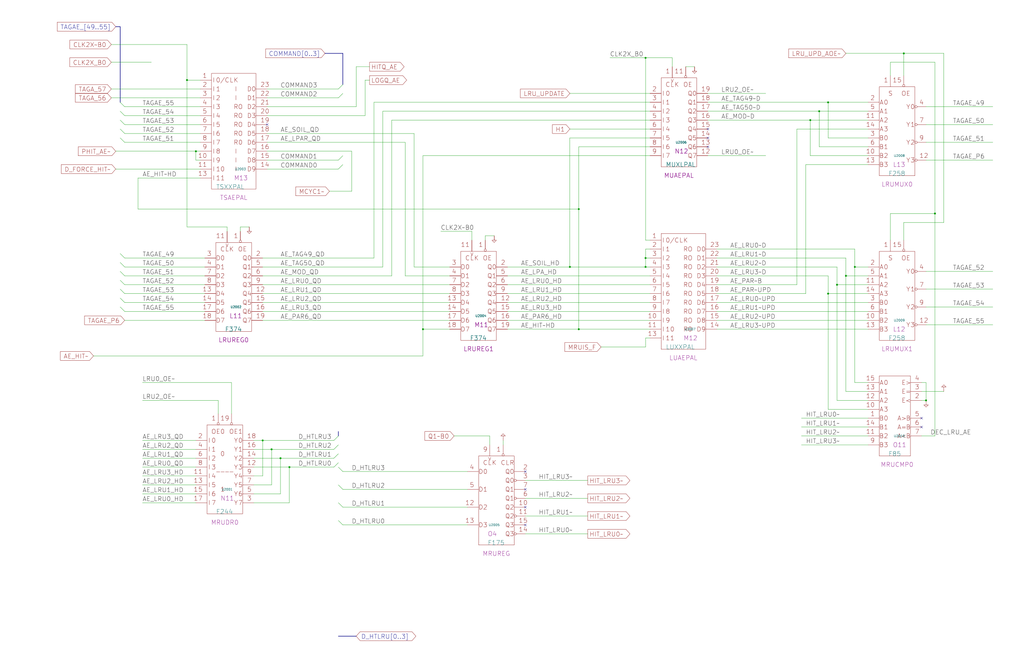
<source format=kicad_sch>
(kicad_sch (version 20210621) (generator eeschema)
  (paper "User" 584.2 378.46)
  (title_block (title "LRU LOGIC\\nPLANE A_EARLY") (date "08-MAR-90") (rev "0.0") (comment 1 "MEM32 BOARD") (comment 2 "232-003066") (comment 3 "S400") (comment 4 "RELEASED"))
  (junction (at 106.68 45.72))
  (junction (at 111.76 86.36))
  (junction (at 149.86 251.46))
  (junction (at 154.94 256.54))
  (junction (at 160.02 261.62))
  (junction (at 165.1 266.7))
  (junction (at 241.3 187.96))
  (junction (at 325.12 152.4))
  (junction (at 330.2 119.38))
  (junction (at 330.2 187.96))
  (junction (at 368.3 33.02))
  (junction (at 368.3 147.32))
  (junction (at 368.3 152.4))
  (junction (at 462.28 68.58))
  (junction (at 467.36 63.5))
  (junction (at 472.44 58.42))
  (junction (at 472.44 167.64))
  (junction (at 477.52 162.56))
  (junction (at 482.6 157.48))
  (junction (at 487.68 152.4))
  (junction (at 515.62 30.48))
  (junction (at 528.32 228.6))
  (junction (at 533.4 121.92))
  (no_connect (at 152.4 71.12))
  (no_connect (at 299.72 269.24))
  (no_connect (at 299.72 279.4))
  (no_connect (at 299.72 289.56))
  (no_connect (at 299.72 299.72))
  (no_connect (at 403.86 73.66))
  (no_connect (at 403.86 78.74))
  (no_connect (at 403.86 83.82))
  (no_connect (at 525.78 238.76))
  (no_connect (at 525.78 243.84))
  (bus_entry (at 68.58 58.42) (size 2.54 2.54))
  (bus_entry (at 68.58 63.5) (size 2.54 2.54))
  (bus_entry (at 68.58 68.58) (size 2.54 2.54))
  (bus_entry (at 68.58 73.66) (size 2.54 2.54))
  (bus_entry (at 68.58 78.74) (size 2.54 2.54))
  (bus_entry (at 68.58 144.78) (size 2.54 2.54))
  (bus_entry (at 68.58 149.86) (size 2.54 2.54))
  (bus_entry (at 68.58 154.94) (size 2.54 2.54))
  (bus_entry (at 68.58 160.02) (size 2.54 2.54))
  (bus_entry (at 68.58 165.1) (size 2.54 2.54))
  (bus_entry (at 68.58 170.18) (size 2.54 2.54))
  (bus_entry (at 68.58 175.26) (size 2.54 2.54))
  (bus_entry (at 193.04 248.92) (size -2.54 2.54))
  (bus_entry (at 193.04 254) (size -2.54 2.54))
  (bus_entry (at 193.04 259.08) (size -2.54 2.54))
  (bus_entry (at 193.04 264.16) (size -2.54 2.54))
  (bus_entry (at 193.04 266.7) (size 2.54 2.54))
  (bus_entry (at 193.04 276.86) (size 2.54 2.54))
  (bus_entry (at 193.04 287.02) (size 2.54 2.54))
  (bus_entry (at 193.04 297.18) (size 2.54 2.54))
  (bus_entry (at 195.58 48.26) (size -2.54 2.54))
  (bus_entry (at 195.58 53.34) (size -2.54 2.54))
  (bus_entry (at 195.58 88.9) (size -2.54 2.54))
  (bus_entry (at 195.58 93.98) (size -2.54 2.54))
  (wire (pts (xy 53.34 203.2) (xy 241.3 203.2)))
  (wire (pts (xy 63.5 25.4) (xy 106.68 25.4)))
  (wire (pts (xy 63.5 35.56) (xy 86.36 35.56)))
  (wire (pts (xy 63.5 50.8) (xy 114.3 50.8)))
  (wire (pts (xy 63.5 55.88) (xy 114.3 55.88)))
  (wire (pts (xy 66.04 86.36) (xy 111.76 86.36)))
  (wire (pts (xy 66.04 96.52) (xy 114.3 96.52)))
  (wire (pts (xy 71.12 60.96) (xy 114.3 60.96)))
  (wire (pts (xy 71.12 66.04) (xy 114.3 66.04)))
  (wire (pts (xy 71.12 71.12) (xy 114.3 71.12)))
  (wire (pts (xy 71.12 76.2) (xy 114.3 76.2)))
  (wire (pts (xy 71.12 81.28) (xy 114.3 81.28)))
  (wire (pts (xy 71.12 147.32) (xy 116.84 147.32)))
  (wire (pts (xy 71.12 152.4) (xy 116.84 152.4)))
  (wire (pts (xy 71.12 157.48) (xy 116.84 157.48)))
  (wire (pts (xy 71.12 162.56) (xy 116.84 162.56)))
  (wire (pts (xy 71.12 167.64) (xy 116.84 167.64)))
  (wire (pts (xy 71.12 172.72) (xy 116.84 172.72)))
  (wire (pts (xy 71.12 177.8) (xy 116.84 177.8)))
  (wire (pts (xy 71.12 182.88) (xy 116.84 182.88)))
  (wire (pts (xy 78.74 101.6) (xy 78.74 119.38)))
  (wire (pts (xy 78.74 119.38) (xy 330.2 119.38)))
  (wire (pts (xy 81.28 218.44) (xy 132.08 218.44)))
  (wire (pts (xy 81.28 228.6) (xy 124.46 228.6)))
  (wire (pts (xy 81.28 251.46) (xy 111.76 251.46)))
  (wire (pts (xy 81.28 256.54) (xy 111.76 256.54)))
  (wire (pts (xy 81.28 261.62) (xy 111.76 261.62)))
  (wire (pts (xy 81.28 266.7) (xy 111.76 266.7)))
  (wire (pts (xy 81.28 271.78) (xy 111.76 271.78)))
  (wire (pts (xy 81.28 276.86) (xy 111.76 276.86)))
  (wire (pts (xy 81.28 281.94) (xy 111.76 281.94)))
  (wire (pts (xy 81.28 287.02) (xy 111.76 287.02)))
  (wire (pts (xy 106.68 25.4) (xy 106.68 45.72)))
  (wire (pts (xy 106.68 45.72) (xy 106.68 129.54)))
  (wire (pts (xy 106.68 45.72) (xy 114.3 45.72)))
  (wire (pts (xy 106.68 129.54) (xy 129.54 129.54)))
  (wire (pts (xy 111.76 86.36) (xy 114.3 86.36)))
  (wire (pts (xy 111.76 91.44) (xy 111.76 86.36)))
  (wire (pts (xy 114.3 91.44) (xy 111.76 91.44)))
  (wire (pts (xy 114.3 101.6) (xy 78.74 101.6)))
  (wire (pts (xy 124.46 228.6) (xy 124.46 236.22)))
  (wire (pts (xy 129.54 132.08) (xy 129.54 129.54)))
  (wire (pts (xy 132.08 218.44) (xy 132.08 236.22)))
  (wire (pts (xy 137.16 129.54) (xy 137.16 132.08)))
  (wire (pts (xy 142.24 129.54) (xy 137.16 129.54)))
  (wire (pts (xy 144.78 251.46) (xy 149.86 251.46)))
  (wire (pts (xy 144.78 256.54) (xy 154.94 256.54)))
  (wire (pts (xy 144.78 261.62) (xy 160.02 261.62)))
  (wire (pts (xy 144.78 266.7) (xy 165.1 266.7)))
  (wire (pts (xy 144.78 271.78) (xy 149.86 271.78)))
  (wire (pts (xy 144.78 276.86) (xy 154.94 276.86)))
  (wire (pts (xy 144.78 287.02) (xy 165.1 287.02)))
  (wire (pts (xy 149.86 147.32) (xy 213.36 147.32)))
  (wire (pts (xy 149.86 152.4) (xy 218.44 152.4)))
  (wire (pts (xy 149.86 157.48) (xy 223.52 157.48)))
  (wire (pts (xy 149.86 162.56) (xy 256.54 162.56)))
  (wire (pts (xy 149.86 167.64) (xy 256.54 167.64)))
  (wire (pts (xy 149.86 172.72) (xy 256.54 172.72)))
  (wire (pts (xy 149.86 177.8) (xy 256.54 177.8)))
  (wire (pts (xy 149.86 182.88) (xy 256.54 182.88)))
  (wire (pts (xy 149.86 251.46) (xy 190.5 251.46)))
  (wire (pts (xy 149.86 271.78) (xy 149.86 251.46)))
  (wire (pts (xy 152.4 50.8) (xy 193.04 50.8)))
  (wire (pts (xy 152.4 55.88) (xy 193.04 55.88)))
  (wire (pts (xy 152.4 60.96) (xy 203.2 60.96)))
  (wire (pts (xy 152.4 76.2) (xy 236.22 76.2)))
  (wire (pts (xy 152.4 81.28) (xy 231.14 81.28)))
  (wire (pts (xy 152.4 91.44) (xy 193.04 91.44)))
  (wire (pts (xy 152.4 96.52) (xy 193.04 96.52)))
  (wire (pts (xy 154.94 256.54) (xy 190.5 256.54)))
  (wire (pts (xy 154.94 276.86) (xy 154.94 256.54)))
  (wire (pts (xy 160.02 261.62) (xy 160.02 281.94)))
  (wire (pts (xy 160.02 261.62) (xy 190.5 261.62)))
  (wire (pts (xy 160.02 281.94) (xy 144.78 281.94)))
  (wire (pts (xy 165.1 266.7) (xy 190.5 266.7)))
  (wire (pts (xy 165.1 287.02) (xy 165.1 266.7)))
  (wire (pts (xy 187.96 109.22) (xy 200.66 109.22)))
  (wire (pts (xy 195.58 269.24) (xy 266.7 269.24)))
  (wire (pts (xy 195.58 279.4) (xy 266.7 279.4)))
  (wire (pts (xy 195.58 289.56) (xy 266.7 289.56)))
  (wire (pts (xy 195.58 299.72) (xy 266.7 299.72)))
  (wire (pts (xy 200.66 86.36) (xy 152.4 86.36)))
  (wire (pts (xy 200.66 109.22) (xy 200.66 86.36)))
  (wire (pts (xy 203.2 38.1) (xy 210.82 38.1)))
  (wire (pts (xy 203.2 60.96) (xy 203.2 38.1)))
  (wire (pts (xy 208.28 45.72) (xy 208.28 66.04)))
  (wire (pts (xy 208.28 66.04) (xy 152.4 66.04)))
  (wire (pts (xy 210.82 45.72) (xy 208.28 45.72)))
  (wire (pts (xy 213.36 58.42) (xy 213.36 147.32)))
  (wire (pts (xy 218.44 63.5) (xy 370.84 63.5)))
  (wire (pts (xy 218.44 152.4) (xy 218.44 63.5)))
  (wire (pts (xy 223.52 68.58) (xy 223.52 157.48)))
  (wire (pts (xy 231.14 81.28) (xy 231.14 157.48)))
  (wire (pts (xy 231.14 157.48) (xy 256.54 157.48)))
  (wire (pts (xy 236.22 76.2) (xy 236.22 152.4)))
  (wire (pts (xy 236.22 152.4) (xy 256.54 152.4)))
  (wire (pts (xy 241.3 88.9) (xy 241.3 187.96)))
  (wire (pts (xy 241.3 187.96) (xy 256.54 187.96)))
  (wire (pts (xy 241.3 203.2) (xy 241.3 187.96)))
  (wire (pts (xy 251.46 132.08) (xy 269.24 132.08)))
  (wire (pts (xy 259.08 248.92) (xy 279.4 248.92)))
  (wire (pts (xy 269.24 132.08) (xy 269.24 137.16)))
  (wire (pts (xy 276.86 134.62) (xy 276.86 137.16)))
  (wire (pts (xy 279.4 248.92) (xy 279.4 254)))
  (wire (pts (xy 281.94 134.62) (xy 276.86 134.62)))
  (wire (pts (xy 287.02 251.46) (xy 287.02 254)))
  (wire (pts (xy 289.56 152.4) (xy 325.12 152.4)))
  (wire (pts (xy 289.56 157.48) (xy 370.84 157.48)))
  (wire (pts (xy 289.56 162.56) (xy 370.84 162.56)))
  (wire (pts (xy 289.56 167.64) (xy 370.84 167.64)))
  (wire (pts (xy 289.56 172.72) (xy 370.84 172.72)))
  (wire (pts (xy 289.56 177.8) (xy 370.84 177.8)))
  (wire (pts (xy 289.56 182.88) (xy 370.84 182.88)))
  (wire (pts (xy 289.56 187.96) (xy 330.2 187.96)))
  (wire (pts (xy 299.72 274.32) (xy 335.28 274.32)))
  (wire (pts (xy 299.72 284.48) (xy 335.28 284.48)))
  (wire (pts (xy 299.72 294.64) (xy 335.28 294.64)))
  (wire (pts (xy 299.72 304.8) (xy 335.28 304.8)))
  (wire (pts (xy 325.12 53.34) (xy 370.84 53.34)))
  (wire (pts (xy 325.12 73.66) (xy 370.84 73.66)))
  (wire (pts (xy 325.12 78.74) (xy 370.84 78.74)))
  (wire (pts (xy 325.12 152.4) (xy 325.12 78.74)))
  (wire (pts (xy 325.12 152.4) (xy 368.3 152.4)))
  (wire (pts (xy 330.2 83.82) (xy 330.2 119.38)))
  (wire (pts (xy 330.2 119.38) (xy 330.2 187.96)))
  (wire (pts (xy 330.2 187.96) (xy 370.84 187.96)))
  (wire (pts (xy 342.9 198.12) (xy 368.3 198.12)))
  (wire (pts (xy 347.98 33.02) (xy 368.3 33.02)))
  (wire (pts (xy 368.3 33.02) (xy 368.3 137.16)))
  (wire (pts (xy 368.3 33.02) (xy 383.54 33.02)))
  (wire (pts (xy 368.3 142.24) (xy 368.3 147.32)))
  (wire (pts (xy 368.3 147.32) (xy 368.3 152.4)))
  (wire (pts (xy 368.3 147.32) (xy 370.84 147.32)))
  (wire (pts (xy 368.3 152.4) (xy 370.84 152.4)))
  (wire (pts (xy 368.3 193.04) (xy 370.84 193.04)))
  (wire (pts (xy 368.3 198.12) (xy 368.3 193.04)))
  (wire (pts (xy 370.84 58.42) (xy 213.36 58.42)))
  (wire (pts (xy 370.84 68.58) (xy 223.52 68.58)))
  (wire (pts (xy 370.84 83.82) (xy 330.2 83.82)))
  (wire (pts (xy 370.84 88.9) (xy 241.3 88.9)))
  (wire (pts (xy 370.84 137.16) (xy 368.3 137.16)))
  (wire (pts (xy 370.84 142.24) (xy 368.3 142.24)))
  (wire (pts (xy 383.54 33.02) (xy 383.54 38.1)))
  (wire (pts (xy 391.16 38.1) (xy 396.24 38.1)))
  (wire (pts (xy 403.86 53.34) (xy 436.88 53.34)))
  (wire (pts (xy 403.86 58.42) (xy 472.44 58.42)))
  (wire (pts (xy 403.86 63.5) (xy 467.36 63.5)))
  (wire (pts (xy 403.86 68.58) (xy 462.28 68.58)))
  (wire (pts (xy 403.86 88.9) (xy 436.88 88.9)))
  (wire (pts (xy 408.94 142.24) (xy 487.68 142.24)))
  (wire (pts (xy 408.94 152.4) (xy 477.52 152.4)))
  (wire (pts (xy 408.94 167.64) (xy 459.74 167.64)))
  (wire (pts (xy 408.94 172.72) (xy 495.3 172.72)))
  (wire (pts (xy 408.94 177.8) (xy 495.3 177.8)))
  (wire (pts (xy 408.94 182.88) (xy 495.3 182.88)))
  (wire (pts (xy 408.94 187.96) (xy 495.3 187.96)))
  (wire (pts (xy 454.66 73.66) (xy 454.66 162.56)))
  (wire (pts (xy 454.66 162.56) (xy 408.94 162.56)))
  (wire (pts (xy 457.2 238.76) (xy 495.3 238.76)))
  (wire (pts (xy 457.2 243.84) (xy 495.3 243.84)))
  (wire (pts (xy 457.2 248.92) (xy 495.3 248.92)))
  (wire (pts (xy 457.2 254) (xy 495.3 254)))
  (wire (pts (xy 459.74 93.98) (xy 495.3 93.98)))
  (wire (pts (xy 459.74 167.64) (xy 459.74 93.98)))
  (wire (pts (xy 462.28 68.58) (xy 495.3 68.58)))
  (wire (pts (xy 462.28 88.9) (xy 462.28 68.58)))
  (wire (pts (xy 467.36 63.5) (xy 467.36 83.82)))
  (wire (pts (xy 467.36 63.5) (xy 495.3 63.5)))
  (wire (pts (xy 467.36 83.82) (xy 495.3 83.82)))
  (wire (pts (xy 472.44 58.42) (xy 495.3 58.42)))
  (wire (pts (xy 472.44 78.74) (xy 472.44 58.42)))
  (wire (pts (xy 472.44 157.48) (xy 408.94 157.48)))
  (wire (pts (xy 472.44 167.64) (xy 472.44 157.48)))
  (wire (pts (xy 472.44 167.64) (xy 495.3 167.64)))
  (wire (pts (xy 472.44 233.68) (xy 472.44 167.64)))
  (wire (pts (xy 477.52 152.4) (xy 477.52 162.56)))
  (wire (pts (xy 477.52 162.56) (xy 477.52 228.6)))
  (wire (pts (xy 477.52 162.56) (xy 495.3 162.56)))
  (wire (pts (xy 477.52 228.6) (xy 495.3 228.6)))
  (wire (pts (xy 482.6 30.48) (xy 515.62 30.48)))
  (wire (pts (xy 482.6 147.32) (xy 408.94 147.32)))
  (wire (pts (xy 482.6 157.48) (xy 482.6 147.32)))
  (wire (pts (xy 482.6 157.48) (xy 495.3 157.48)))
  (wire (pts (xy 482.6 223.52) (xy 482.6 157.48)))
  (wire (pts (xy 487.68 142.24) (xy 487.68 152.4)))
  (wire (pts (xy 487.68 152.4) (xy 487.68 218.44)))
  (wire (pts (xy 487.68 152.4) (xy 495.3 152.4)))
  (wire (pts (xy 487.68 218.44) (xy 495.3 218.44)))
  (wire (pts (xy 495.3 73.66) (xy 454.66 73.66)))
  (wire (pts (xy 495.3 78.74) (xy 472.44 78.74)))
  (wire (pts (xy 495.3 88.9) (xy 462.28 88.9)))
  (wire (pts (xy 495.3 223.52) (xy 482.6 223.52)))
  (wire (pts (xy 495.3 233.68) (xy 472.44 233.68)))
  (wire (pts (xy 508 35.56) (xy 533.4 35.56)))
  (wire (pts (xy 508 43.18) (xy 508 35.56)))
  (wire (pts (xy 508 121.92) (xy 508 137.16)))
  (wire (pts (xy 515.62 30.48) (xy 515.62 43.18)))
  (wire (pts (xy 515.62 30.48) (xy 538.48 30.48)))
  (wire (pts (xy 515.62 127) (xy 515.62 137.16)))
  (wire (pts (xy 525.78 218.44) (xy 528.32 218.44)))
  (wire (pts (xy 525.78 223.52) (xy 538.48 223.52)))
  (wire (pts (xy 525.78 228.6) (xy 528.32 228.6)))
  (wire (pts (xy 525.78 248.92) (xy 533.4 248.92)))
  (wire (pts (xy 528.32 60.96) (xy 566.42 60.96)))
  (wire (pts (xy 528.32 71.12) (xy 566.42 71.12)))
  (wire (pts (xy 528.32 81.28) (xy 566.42 81.28)))
  (wire (pts (xy 528.32 91.44) (xy 566.42 91.44)))
  (wire (pts (xy 528.32 154.94) (xy 566.42 154.94)))
  (wire (pts (xy 528.32 165.1) (xy 566.42 165.1)))
  (wire (pts (xy 528.32 175.26) (xy 566.42 175.26)))
  (wire (pts (xy 528.32 185.42) (xy 566.42 185.42)))
  (wire (pts (xy 528.32 218.44) (xy 528.32 228.6)))
  (wire (pts (xy 533.4 35.56) (xy 533.4 121.92)))
  (wire (pts (xy 533.4 121.92) (xy 508 121.92)))
  (wire (pts (xy 533.4 121.92) (xy 533.4 248.92)))
  (wire (pts (xy 538.48 30.48) (xy 538.48 127)))
  (wire (pts (xy 538.48 127) (xy 515.62 127)))
  (bus (pts (xy 66.04 15.24) (xy 68.58 15.24)))
  (bus (pts (xy 68.58 15.24) (xy 68.58 177.8)))
  (bus (pts (xy 185.42 30.48) (xy 195.58 30.48)))
  (bus (pts (xy 193.04 246.38) (xy 193.04 363.22)))
  (bus (pts (xy 193.04 363.22) (xy 203.2 363.22)))
  (bus (pts (xy 195.58 30.48) (xy 195.58 99.06)))
  (label "TAGAE_55" (at 81.28 60.96 0) (effects (font (size 2.54 2.54))))
  (label "TAGAE_54" (at 81.28 66.04 0) (effects (font (size 2.54 2.54))))
  (label "TAGAE_53" (at 81.28 71.12 0) (effects (font (size 2.54 2.54))))
  (label "TAGAE_52" (at 81.28 76.2 0) (effects (font (size 2.54 2.54))))
  (label "TAGAE_51" (at 81.28 81.28 0) (effects (font (size 2.54 2.54))))
  (label "AE_HIT~HD" (at 81.28 101.6 0) (effects (font (size 2.54 2.54))))
  (label "TAGAE_49" (at 81.28 147.32 0) (effects (font (size 2.54 2.54))))
  (label "TAGAE_50" (at 81.28 152.4 0) (effects (font (size 2.54 2.54))))
  (label "TAGAE_51" (at 81.28 157.48 0) (effects (font (size 2.54 2.54))))
  (label "TAGAE_52" (at 81.28 162.56 0) (effects (font (size 2.54 2.54))))
  (label "TAGAE_53" (at 81.28 167.64 0) (effects (font (size 2.54 2.54))))
  (label "TAGAE_54" (at 81.28 172.72 0) (effects (font (size 2.54 2.54))))
  (label "TAGAE_55" (at 81.28 177.8 0) (effects (font (size 2.54 2.54))))
  (label "LRU0_OE~" (at 81.28 218.44 0) (effects (font (size 2.54 2.54))))
  (label "LRU2_OE~" (at 81.28 228.6 0) (effects (font (size 2.54 2.54))))
  (label "AE_LRU3_QD" (at 81.28 251.46 0) (effects (font (size 2.54 2.54))))
  (label "AE_LRU2_QD" (at 81.28 256.54 0) (effects (font (size 2.54 2.54))))
  (label "AE_LRU1_QD" (at 81.28 261.62 0) (effects (font (size 2.54 2.54))))
  (label "AE_LRU0_QD" (at 81.28 266.7 0) (effects (font (size 2.54 2.54))))
  (label "AE_LRU3_HD" (at 81.28 271.78 0) (effects (font (size 2.54 2.54))))
  (label "AE_LRU2_HD" (at 81.28 276.86 0) (effects (font (size 2.54 2.54))))
  (label "AE_LRU1_HD" (at 81.28 281.94 0) (effects (font (size 2.54 2.54))))
  (label "AE_LRU0_HD" (at 81.28 287.02 0) (effects (font (size 2.54 2.54))))
  (label "COMMAND3" (at 160.02 50.8 0) (effects (font (size 2.54 2.54))))
  (label "COMMAND2" (at 160.02 55.88 0) (effects (font (size 2.54 2.54))))
  (label "AE_SOIL_QD" (at 160.02 76.2 0) (effects (font (size 2.54 2.54))))
  (label "AE_LPAR_QD" (at 160.02 81.28 0) (effects (font (size 2.54 2.54))))
  (label "COMMAND1" (at 160.02 91.44 0) (effects (font (size 2.54 2.54))))
  (label "COMMAND0" (at 160.02 96.52 0) (effects (font (size 2.54 2.54))))
  (label "AE_TAG49_QD" (at 160.02 147.32 0) (effects (font (size 2.54 2.54))))
  (label "AE_TAG50_QD" (at 160.02 152.4 0) (effects (font (size 2.54 2.54))))
  (label "AE_MOD_QD" (at 160.02 157.48 0) (effects (font (size 2.54 2.54))))
  (label "AE_LRU0_QD" (at 160.02 162.56 0) (effects (font (size 2.54 2.54))))
  (label "AE_LRU1_QD" (at 160.02 167.64 0) (effects (font (size 2.54 2.54))))
  (label "AE_LRU2_QD" (at 160.02 172.72 0) (effects (font (size 2.54 2.54))))
  (label "AE_LRU3_QD" (at 160.02 177.8 0) (effects (font (size 2.54 2.54))))
  (label "AE_PAR6_QD" (at 160.02 182.88 0) (effects (font (size 2.54 2.54))))
  (label "D_HTLRU3" (at 170.18 251.46 0) (effects (font (size 2.54 2.54))))
  (label "D_HTLRU2" (at 170.18 256.54 0) (effects (font (size 2.54 2.54))))
  (label "D_HTLRU1" (at 170.18 261.62 0) (effects (font (size 2.54 2.54))))
  (label "D_HTLRU0" (at 170.18 266.7 0) (effects (font (size 2.54 2.54))))
  (label "D_HTLRU3" (at 200.66 269.24 0) (effects (font (size 2.54 2.54))))
  (label "D_HTLRU2" (at 200.66 279.4 0) (effects (font (size 2.54 2.54))))
  (label "D_HTLRU1" (at 200.66 289.56 0) (effects (font (size 2.54 2.54))))
  (label "D_HTLRU0" (at 200.66 299.72 0) (effects (font (size 2.54 2.54))))
  (label "CLK2X~B0" (at 251.46 132.08 0) (effects (font (size 2.54 2.54))))
  (label "AE_SOIL_HD" (at 297.18 152.4 0) (effects (font (size 2.54 2.54))))
  (label "AE_LPA_HD" (at 297.18 157.48 0) (effects (font (size 2.54 2.54))))
  (label "AE_LRU0_HD" (at 297.18 162.56 0) (effects (font (size 2.54 2.54))))
  (label "AE_LRU1_HD" (at 297.18 167.64 0) (effects (font (size 2.54 2.54))))
  (label "AE_LRU2_HD" (at 297.18 172.72 0) (effects (font (size 2.54 2.54))))
  (label "AE_LRU3_HD" (at 297.18 177.8 0) (effects (font (size 2.54 2.54))))
  (label "AE_PAR6_HD" (at 297.18 182.88 0) (effects (font (size 2.54 2.54))))
  (label "AE_HIT~HD" (at 297.18 187.96 0) (effects (font (size 2.54 2.54))))
  (label "HIT_LRU3~" (at 307.34 274.32 0) (effects (font (size 2.54 2.54))))
  (label "HIT_LRU2~" (at 307.34 284.48 0) (effects (font (size 2.54 2.54))))
  (label "HIT_LRU1~" (at 307.34 294.64 0) (effects (font (size 2.54 2.54))))
  (label "HIT_LRU0~" (at 307.34 304.8 0) (effects (font (size 2.54 2.54))))
  (label "CLK2X_B0" (at 347.98 33.02 0) (effects (font (size 2.54 2.54))))
  (label "LRU2_OE~" (at 411.48 53.34 0) (effects (font (size 2.54 2.54))))
  (label "AE_TAG49~D" (at 411.48 58.42 0) (effects (font (size 2.54 2.54))))
  (label "AE_TAG50~D" (at 411.48 63.5 0) (effects (font (size 2.54 2.54))))
  (label "AE_MOD~D" (at 411.48 68.58 0) (effects (font (size 2.54 2.54))))
  (label "LRU0_OE~" (at 411.48 88.9 0) (effects (font (size 2.54 2.54))))
  (label "AE_LRU0~D" (at 416.56 142.24 0) (effects (font (size 2.54 2.54))))
  (label "AE_LRU1~D" (at 416.56 147.32 0) (effects (font (size 2.54 2.54))))
  (label "AE_LRU2~D" (at 416.56 152.4 0) (effects (font (size 2.54 2.54))))
  (label "AE_LRU3~D" (at 416.56 157.48 0) (effects (font (size 2.54 2.54))))
  (label "AE_PAR~B" (at 416.56 162.56 0) (effects (font (size 2.54 2.54))))
  (label "AE_PAR~UPD" (at 416.56 167.64 0) (effects (font (size 2.54 2.54))))
  (label "AE_LRU0~UPD" (at 416.56 172.72 0) (effects (font (size 2.54 2.54))))
  (label "AE_LRU1~UPD" (at 416.56 177.8 0) (effects (font (size 2.54 2.54))))
  (label "AE_LRU2~UPD" (at 416.56 182.88 0) (effects (font (size 2.54 2.54))))
  (label "AE_LRU3~UPD" (at 416.56 187.96 0) (effects (font (size 2.54 2.54))))
  (label "HIT_LRU0~" (at 459.74 238.76 0) (effects (font (size 2.54 2.54))))
  (label "HIT_LRU1~" (at 459.74 243.84 0) (effects (font (size 2.54 2.54))))
  (label "HIT_LRU2~" (at 459.74 248.92 0) (effects (font (size 2.54 2.54))))
  (label "HIT_LRU3~" (at 459.74 254 0) (effects (font (size 2.54 2.54))))
  (label "DEC_LRU_AE" (at 530.86 248.92 0) (effects (font (size 2.54 2.54))))
  (label "TAGAE_49" (at 543.56 60.96 0) (effects (font (size 2.54 2.54))))
  (label "TAGAE_50" (at 543.56 71.12 0) (effects (font (size 2.54 2.54))))
  (label "TAGAE_51" (at 543.56 81.28 0) (effects (font (size 2.54 2.54))))
  (label "TAGAE_P6" (at 543.56 91.44 0) (effects (font (size 2.54 2.54))))
  (label "TAGAE_52" (at 543.56 154.94 0) (effects (font (size 2.54 2.54))))
  (label "TAGAE_53" (at 543.56 165.1 0) (effects (font (size 2.54 2.54))))
  (label "TAGAE_54" (at 543.56 175.26 0) (effects (font (size 2.54 2.54))))
  (label "TAGAE_55" (at 543.56 185.42 0) (effects (font (size 2.54 2.54))))
  (global_label "AE_HIT~" (shape input) (at 53.34 203.2 180) (effects (font (size 2.54 2.54))) (property "Intersheet References" "${INTERSHEET_REFS}" (at 34.4835 203.0413 0) (effects (font (size 2.54 2.54)) (justify right))))
  (global_label "CLK2X~B0" (shape input) (at 63.5 25.4 180) (effects (font (size 2.54 2.54))) (property "Intersheet References" "${INTERSHEET_REFS}" (at 39.9264 25.2413 0) (effects (font (size 2.54 2.54)) (justify right))))
  (global_label "CLK2X_B0" (shape input) (at 63.5 35.56 180) (effects (font (size 2.54 2.54))) (property "Intersheet References" "${INTERSHEET_REFS}" (at 39.8054 35.4013 0) (effects (font (size 2.54 2.54)) (justify right))))
  (global_label "TAGA_57" (shape input) (at 63.5 50.8 180) (effects (font (size 2.54 2.54))) (property "Intersheet References" "${INTERSHEET_REFS}" (at 43.0711 50.6413 0) (effects (font (size 2.54 2.54)) (justify right))))
  (global_label "TAGA_56" (shape input) (at 63.5 55.88 180) (effects (font (size 2.54 2.54))) (property "Intersheet References" "${INTERSHEET_REFS}" (at 43.0711 55.7213 0) (effects (font (size 2.54 2.54)) (justify right))))
  (global_label "TAGAE_[49..55]" (shape input) (at 66.04 15.24 180) (effects (font (size 2.54 2.54))) (property "Intersheet References" "${INTERSHEET_REFS}" (at 32.6692 15.0813 0) (effects (font (size 2.54 2.54)) (justify right))))
  (global_label "PHIT_AE~" (shape input) (at 66.04 86.36 180) (effects (font (size 2.54 2.54))) (property "Intersheet References" "${INTERSHEET_REFS}" (at 44.6435 86.2013 0) (effects (font (size 2.54 2.54)) (justify right))))
  (global_label "D_FORCE_HIT~" (shape input) (at 66.04 96.52 180) (effects (font (size 2.54 2.54))) (property "Intersheet References" "${INTERSHEET_REFS}" (at 34.9673 96.3613 0) (effects (font (size 2.54 2.54)) (justify right))))
  (global_label "TAGAE_P6" (shape input) (at 71.12 182.88 180) (effects (font (size 2.54 2.54))) (property "Intersheet References" "${INTERSHEET_REFS}" (at 48.2721 182.7213 0) (effects (font (size 2.54 2.54)) (justify right))))
  (global_label "COMMAND[0..3]" (shape input) (at 185.42 30.48 180) (effects (font (size 2.54 2.54))) (property "Intersheet References" "${INTERSHEET_REFS}" (at 151.5654 30.3213 0) (effects (font (size 2.54 2.54)) (justify right))))
  (global_label "MCYC1~" (shape input) (at 187.96 109.22 180) (effects (font (size 2.54 2.54))) (property "Intersheet References" "${INTERSHEET_REFS}" (at 168.7407 109.0613 0) (effects (font (size 2.54 2.54)) (justify right))))
  (global_label "D_HTLRU[0..3]" (shape bidirectional) (at 203.2 363.22 0) (effects (font (size 2.54 2.54))) (property "Intersheet References" "${INTERSHEET_REFS}" (at 234.9984 363.0613 0) (effects (font (size 2.54 2.54)) (justify left))))
  (global_label "HITQ_AE" (shape output) (at 210.82 38.1 0) (effects (font (size 2.54 2.54))) (property "Intersheet References" "${INTERSHEET_REFS}" (at 230.5231 37.9413 0) (effects (font (size 2.54 2.54)) (justify left))))
  (global_label "LOGQ_AE" (shape output) (at 210.82 45.72 0) (effects (font (size 2.54 2.54))) (property "Intersheet References" "${INTERSHEET_REFS}" (at 231.9746 45.5613 0) (effects (font (size 2.54 2.54)) (justify left))))
  (global_label "Q1~B0" (shape input) (at 259.08 248.92 180) (effects (font (size 2.54 2.54))) (property "Intersheet References" "${INTERSHEET_REFS}" (at 242.4007 248.7613 0) (effects (font (size 2.54 2.54)) (justify right))))
  (global_label "LRU_UPDATE" (shape input) (at 325.12 53.34 180) (effects (font (size 2.54 2.54))) (property "Intersheet References" "${INTERSHEET_REFS}" (at 296.9502 53.1813 0) (effects (font (size 2.54 2.54)) (justify right))))
  (global_label "H1" (shape input) (at 325.12 73.66 180) (effects (font (size 2.54 2.54))) (property "Intersheet References" "${INTERSHEET_REFS}" (at 315.214 73.5013 0) (effects (font (size 2.54 2.54)) (justify right))))
  (global_label "HIT_LRU3~" (shape output) (at 335.28 274.32 0) (effects (font (size 2.54 2.54))) (property "Intersheet References" "${INTERSHEET_REFS}" (at 359.3374 274.1613 0) (effects (font (size 2.54 2.54)) (justify left))))
  (global_label "HIT_LRU2~" (shape output) (at 335.28 284.48 0) (effects (font (size 2.54 2.54))) (property "Intersheet References" "${INTERSHEET_REFS}" (at 359.3374 284.3213 0) (effects (font (size 2.54 2.54)) (justify left))))
  (global_label "HIT_LRU1~" (shape output) (at 335.28 294.64 0) (effects (font (size 2.54 2.54))) (property "Intersheet References" "${INTERSHEET_REFS}" (at 359.3374 294.4813 0) (effects (font (size 2.54 2.54)) (justify left))))
  (global_label "HIT_LRU0~" (shape output) (at 335.28 304.8 0) (effects (font (size 2.54 2.54))) (property "Intersheet References" "${INTERSHEET_REFS}" (at 359.3374 304.6413 0) (effects (font (size 2.54 2.54)) (justify left))))
  (global_label "MRUIS_F" (shape input) (at 342.9 198.12 180) (effects (font (size 2.54 2.54))) (property "Intersheet References" "${INTERSHEET_REFS}" (at 322.2292 197.9613 0) (effects (font (size 2.54 2.54)) (justify right))))
  (global_label "LRU_UPD_AOE~" (shape input) (at 482.6 30.48 180) (effects (font (size 2.54 2.54))) (property "Intersheet References" "${INTERSHEET_REFS}" (at 449.955 30.3213 0) (effects (font (size 2.54 2.54)) (justify right))))
  (symbol (lib_id "r1000:PD") (at 142.24 129.54 0) (unit 1) (in_bom no)
    (property "Reference" "#PWR0164" (effects hide))
    (property "Value" "PD" (effects hide))
  )
  (symbol (lib_id "r1000:PD") (at 281.94 134.62 0) (unit 1) (in_bom no)
    (property "Reference" "#PWR0163" (effects hide))
    (property "Value" "PD" (effects hide))
  )
  (symbol (lib_id "r1000:PU") (at 287.02 251.46 0) (unit 1)
    (property "Reference" "#PWR0150" (effects hide))
    (property "Value" "PU" (effects hide))
  )
  (symbol (lib_id "r1000:PD") (at 396.24 38.1 0) (unit 1) (in_bom no)
    (property "Reference" "#PWR0147" (effects hide))
    (property "Value" "PD" (effects hide))
  )
  (symbol (lib_id "r1000:PD") (at 528.32 228.6 0) (unit 1) (in_bom no)
    (property "Reference" "#PWR0148" (effects hide))
    (property "Value" "PD" (effects hide))
  )
  (symbol (lib_id "r1000:PU") (at 538.48 223.52 0) (unit 1)
    (property "Reference" "#PWR0149" (effects hide))
    (property "Value" "PU" (effects hide))
  )
  (symbol (lib_id "r1000:F85") (at 510.54 254 0) (unit 1)
    (property "Reference" "U2010" (at 513.08 248.92 0))
    (property "Value" "F85" (at 506.73 259.08 0) (effects (font (size 2.54 2.54)) (justify left)))
    (property "Location" "O11" (at 509.27 254 0) (effects (font (size 2.54 2.54)) (justify left)))
    (property "Name" "MRUCMP0" (at 511.81 266.7 0) (effects (font (size 2.54 2.54)) (justify bottom)))
  )
  (symbol (lib_id "r1000:MUXLPAL") (at 386.08 86.36 0) (unit 1)
    (property "Reference" "U2006" (at 388.62 81.28 0))
    (property "Value" "MUXLPAL" (at 379.73 93.98 0) (effects (font (size 2.54 2.54)) (justify left)))
    (property "Location" "N12" (at 384.81 86.36 0) (effects (font (size 2.54 2.54)) (justify left)))
    (property "Name" "MUAEPAL" (at 387.35 101.6 0) (effects (font (size 2.54 2.54)) (justify bottom)))
  )
  (symbol (lib_id "r1000:F244") (at 127 284.48 0) (unit 1)
    (property "Reference" "U2001" (at 129.54 279.4 0))
    (property "Value" "F244" (at 123.19 292.1 0) (effects (font (size 2.54 2.54)) (justify left)))
    (property "Location" "N11" (at 125.73 284.48 0) (effects (font (size 2.54 2.54)) (justify left)))
    (property "Name" "MRUDR0" (at 128.27 299.72 0) (effects (font (size 2.54 2.54)) (justify bottom)))
  )
  (symbol (lib_id "r1000:F374") (at 132.08 180.34 0) (unit 1)
    (property "Reference" "U2002" (at 134.62 175.26 0))
    (property "Value" "F374" (at 128.27 187.96 0) (effects (font (size 2.54 2.54)) (justify left)))
    (property "Location" "L11" (at 130.81 180.34 0) (effects (font (size 2.54 2.54)) (justify left)))
    (property "Name" "LRUREG0" (at 133.35 195.58 0) (effects (font (size 2.54 2.54)) (justify bottom)))
  )
  (symbol (lib_id "r1000:F374") (at 271.78 185.42 0) (unit 1)
    (property "Reference" "U2004" (at 274.32 180.34 0))
    (property "Value" "F374" (at 267.97 193.04 0) (effects (font (size 2.54 2.54)) (justify left)))
    (property "Location" "M11" (at 270.51 185.42 0) (effects (font (size 2.54 2.54)) (justify left)))
    (property "Name" "LRUREG1" (at 273.05 200.66 0) (effects (font (size 2.54 2.54)) (justify bottom)))
  )
  (symbol (lib_id "r1000:F175") (at 279.4 304.8 0) (unit 1)
    (property "Reference" "U2005" (at 281.94 299.72 0))
    (property "Value" "F175" (at 278.13 309.88 0) (effects (font (size 2.54 2.54)) (justify left)))
    (property "Location" "O4" (at 278.13 304.8 0) (effects (font (size 2.54 2.54)) (justify left)))
    (property "Name" "MRUREG" (at 283.21 317.5 0) (effects (font (size 2.54 2.54)) (justify bottom)))
  )
  (symbol (lib_id "r1000:F258") (at 510.54 93.98 0) (unit 1)
    (property "Reference" "U2008" (at 513.08 88.9 0))
    (property "Value" "F258" (at 506.73 99.06 0) (effects (font (size 2.54 2.54)) (justify left)))
    (property "Location" "L13" (at 509.27 93.98 0) (effects (font (size 2.54 2.54)) (justify left)))
    (property "Name" "LRUMUX0" (at 511.81 106.68 0) (effects (font (size 2.54 2.54)) (justify bottom)))
  )
  (symbol (lib_id "r1000:F258") (at 510.54 187.96 0) (unit 1)
    (property "Reference" "U2009" (at 513.08 182.88 0))
    (property "Value" "F258" (at 506.73 193.04 0) (effects (font (size 2.54 2.54)) (justify left)))
    (property "Location" "L12" (at 509.27 187.96 0) (effects (font (size 2.54 2.54)) (justify left)))
    (property "Name" "LRUMUX1" (at 511.81 200.66 0) (effects (font (size 2.54 2.54)) (justify bottom)))
  )
  (symbol (lib_id "r1000:TSXXPAL") (at 134.62 101.6 0) (unit 1)
    (property "Reference" "U2003" (at 137.16 96.52 0))
    (property "Value" "TSXXPAL" (at 123.19 106.68 0) (effects (font (size 2.54 2.54)) (justify left)))
    (property "Location" "M13" (at 133.35 101.6 0) (effects (font (size 2.54 2.54)) (justify left)))
    (property "Name" "TSAEPAL" (at 133.35 114.3 0) (effects (font (size 2.54 2.54)) (justify bottom)))
  )
  (symbol (lib_id "r1000:LUXXPAL") (at 391.16 193.04 0) (unit 1)
    (property "Reference" "U2007" (at 393.7 187.96 0))
    (property "Value" "LUXXPAL" (at 379.73 198.12 0) (effects (font (size 2.54 2.54)) (justify left)))
    (property "Location" "M12" (at 389.89 193.04 0) (effects (font (size 2.54 2.54)) (justify left)))
    (property "Name" "LUAEPAL" (at 389.89 205.74 0) (effects (font (size 2.54 2.54)) (justify bottom)))
  )
)
</source>
